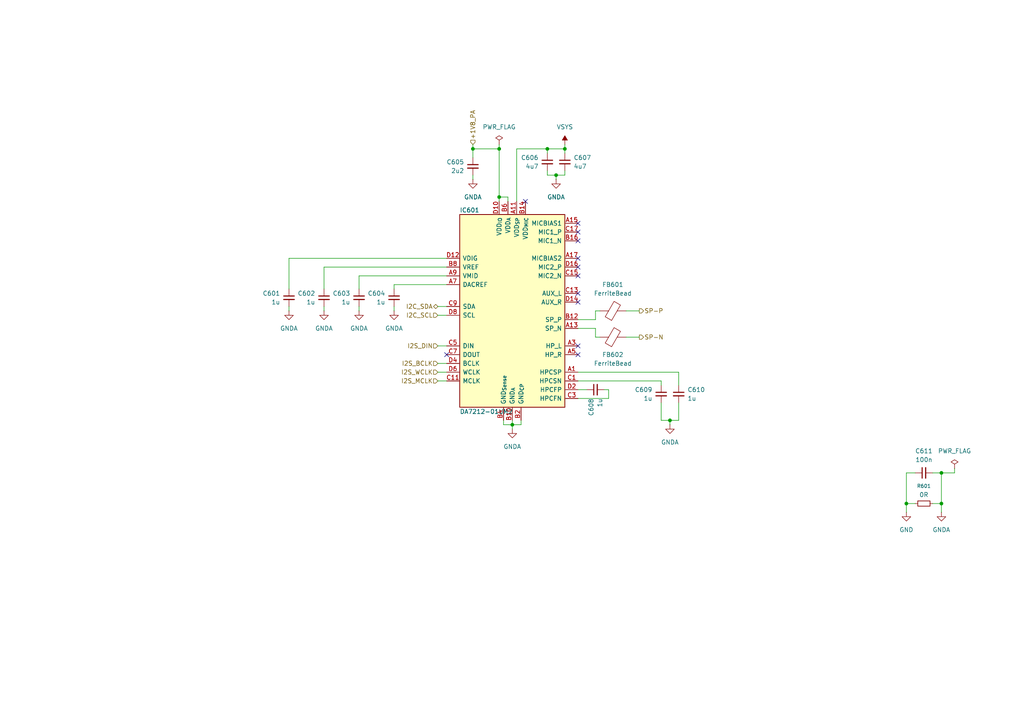
<source format=kicad_sch>
(kicad_sch (version 20250114) (generator "eeschema") (generator_version "9.0")
  (paper "A4")
  (title_block (title "Heartrate-DevKit") (date "2025-07-13") (rev "${REVISION}") (company "${COMPANY}"))
  (lib_symbols
    (symbol "Device:C_Small" (pin_numbers (hide yes)) (pin_names (offset 0.254) (hide yes))
      (property "Reference" "C" (at 0.254 1.778 0))
      (property "Value" "C_Small" (at 0.254 -2.032 0))
      (symbol "C_Small_0_1"
        (polyline (pts (xy -1.524 0.508) (xy 1.524 0.508)) (stroke (width 0.3048)))
        (polyline (pts (xy -1.524 -0.508) (xy 1.524 -0.508)) (stroke (width 0.3302)))
      )
      (symbol "C_Small_1_1"
        (pin passive line (at 0 2.54 270) (length 2.032) (name "~") (number "1"))
        (pin passive line (at 0 -2.54 90) (length 2.032) (name "~") (number "2"))
      )
    )
    (symbol "Device:FerriteBead" (pin_numbers (hide yes)) (pin_names (offset 0))
      (property "Reference" "FB" (at -3.81 0.635 90))
      (property "Value" "FerriteBead" (at 3.81 0 90))
      (symbol "FerriteBead_0_1"
        (polyline (pts (xy -2.7686 0.4064) (xy -1.7018 2.2606) (xy 2.7686 -0.3048) (xy 1.6764 -2.159) (xy -2.7686 0.4064)))
        (polyline (pts (xy 0 1.27) (xy 0 1.2954)))
        (polyline (pts (xy 0 -1.27) (xy 0 -1.2192)))
      )
      (symbol "FerriteBead_1_1"
        (pin passive line (at 0 3.81 270) (length 2.54) (name "~") (number "1"))
        (pin passive line (at 0 -3.81 90) (length 2.54) (name "~") (number "2"))
      )
    )
    (symbol "Device:R_Small" (pin_numbers (hide yes)) (pin_names (offset 0.254) (hide yes))
      (property "Reference" "R" (at 0 0 90))
      (property "Value" "R_Small" (at 1.778 0 90))
      (symbol "R_Small_0_1"
        (rectangle (start -0.762 1.778) (end 0.762 -1.778) (stroke (width 0.2032)))
      )
      (symbol "R_Small_1_1"
        (pin passive line (at 0 2.54 270) (length 0.762) (name "~") (number "1"))
        (pin passive line (at 0 -2.54 90) (length 0.762) (name "~") (number "2"))
      )
    )
    (symbol "Renesas:DA7212-01UM2" (pin_names (offset 1.016))
      (property "Reference" "IC?" (at -15.24 30.48 0))
      (property "Value" "DA7212-01UM2" (at -15.24 -30.48 0))
      (symbol "DA7212-01UM2_0_0"
        (rectangle (start -15.24 27.94) (end 15.24 -27.94) (stroke (width 0.254)) (fill (type background)))
        (pin bidirectional line (at -19.05 15.24 0) (length 3.61) (name "VDIG") (number "D12"))
        (pin bidirectional line (at -19.05 12.7 0) (length 3.61) (name "VREF") (number "B8"))
        (pin bidirectional line (at -19.05 10.16 0) (length 3.61) (name "VMID") (number "A9"))
        (pin bidirectional line (at -19.05 7.62 0) (length 3.61) (name "DACREF") (number "A7"))
        (pin bidirectional line (at -19.05 1.27 0) (length 3.61) (name "SDA") (number "C9"))
        (pin bidirectional line (at 19.05 25.4 180) (length 3.61) (name "MICBIAS1") (number "A15"))
        (pin bidirectional line (at 19.05 22.86 180) (length 3.61) (name "MIC1_P") (number "C17"))
        (pin bidirectional line (at 19.05 20.32 180) (length 3.61) (name "MIC1_N") (number "B16"))
        (pin bidirectional line (at 19.05 15.24 180) (length 3.61) (name "MICBIAS2") (number "A17"))
        (pin bidirectional line (at 19.05 12.7 180) (length 3.61) (name "MIC2_P") (number "D16"))
        (pin bidirectional line (at 19.05 10.16 180) (length 3.61) (name "MIC2_N") (number "C15"))
        (pin bidirectional line (at 19.05 5.08 180) (length 3.61) (name "AUX_L") (number "C13"))
        (pin bidirectional line (at 19.05 2.54 180) (length 3.61) (name "AUX_R") (number "D14"))
        (pin bidirectional line (at 19.05 -2.54 180) (length 3.61) (name "SP_P") (number "B12"))
        (pin bidirectional line (at 19.05 -5.08 180) (length 3.61) (name "SP_N") (number "A13"))
        (pin bidirectional line (at 19.05 -10.16 180) (length 3.61) (name "HP_L") (number "A3"))
        (pin bidirectional line (at 19.05 -12.7 180) (length 3.61) (name "HP_R") (number "A5"))
        (pin bidirectional line (at 19.05 -17.78 180) (length 3.61) (name "HPCSP") (number "A1"))
        (pin bidirectional line (at 19.05 -20.32 180) (length 3.61) (name "HPCSN") (number "C1"))
        (pin bidirectional line (at 19.05 -22.86 180) (length 3.61) (name "HPCFP") (number "D2"))
        (pin bidirectional line (at 19.05 -25.4 180) (length 3.61) (name "HPCFN") (number "C3"))
      )
      (symbol "DA7212-01UM2_1_0"
        (pin input line (at -19.05 -1.27 0) (length 3.61) (name "SCL") (number "D8"))
        (pin input line (at -19.05 -10.16 0) (length 3.61) (name "DIN") (number "C5"))
        (pin output line (at -19.05 -12.7 0) (length 3.61) (name "DOUT") (number "C7"))
        (pin input line (at -19.05 -15.24 0) (length 3.61) (name "BCLK") (number "D4"))
        (pin input line (at -19.05 -17.78 0) (length 3.61) (name "WCLK") (number "D6"))
        (pin input line (at -19.05 -20.32 0) (length 3.61) (name "MCLK") (number "C11"))
        (pin power_in line (at -3.81 31.75 270) (length 3.61) (name "VDD_{IO}") (number "D10"))
        (pin passive line (at -2.54 -31.75 90) (length 3.61) (name "GND_{Sense}") (number "B4"))
        (pin power_in line (at -1.27 31.75 270) (length 3.61) (name "VDD_{A}") (number "B6"))
        (pin passive line (at 0 -31.75 90) (length 3.61) (name "GND_{A}") (number "B10"))
        (pin power_in line (at 1.27 31.75 270) (length 3.61) (name "VDD_{SP}") (number "A11"))
        (pin passive line (at 2.54 -31.75 90) (length 3.61) (name "GND_{CP}") (number "B2"))
        (pin power_in line (at 3.81 31.75 270) (length 3.61) (name "VDD_{MIC}") (number "B14"))
      )
    )
    (symbol "power:GND" (power) (pin_numbers (hide yes)) (pin_names (offset 0) (hide yes))
      (property "Value" "GND" (at 0 -3.81 0))
      (symbol "GND_0_1"
        (polyline (pts (xy 0 0) (xy 0 -1.27) (xy 1.27 -1.27) (xy 0 -2.54) (xy -1.27 -1.27) (xy 0 -1.27)))
      )
      (symbol "GND_1_1"
        (pin power_in line (at 0 0 270) (length 0) (name "~") (number "1"))
      )
    )
    (symbol "power:GNDA" (power) (pin_numbers (hide yes)) (pin_names (offset 0) (hide yes))
      (property "Value" "GNDA" (at 0 -3.81 0))
      (symbol "GNDA_0_1"
        (polyline (pts (xy 0 0) (xy 0 -1.27) (xy 1.27 -1.27) (xy 0 -2.54) (xy -1.27 -1.27) (xy 0 -1.27)))
      )
      (symbol "GNDA_1_1"
        (pin power_in line (at 0 0 270) (length 0) (name "~") (number "1"))
      )
    )
    (symbol "power:PWR_FLAG" (power) (pin_numbers (hide yes)) (pin_names (offset 0) (hide yes))
      (property "Value" "PWR_FLAG" (at 0 3.81 0))
      (symbol "PWR_FLAG_0_0"
        (pin power_out line (at 0 0 90) (length 0) (name "~") (number "1"))
      )
      (symbol "PWR_FLAG_0_1"
        (polyline (pts (xy 0 0) (xy 0 1.27) (xy -1.016 1.905) (xy 0 2.54) (xy 1.016 1.905) (xy 0 1.27)))
      )
    )
    (symbol "power:VS" (power) (pin_numbers (hide yes)) (pin_names (offset 0) (hide yes))
      (property "Value" "VS" (at 0 3.556 0))
      (symbol "VS_0_1"
        (polyline (pts (xy 0 0) (xy 0 2.54)))
        (polyline (pts (xy 0.762 1.27) (xy -0.762 1.27) (xy 0 2.54) (xy 0.762 1.27)) (fill (type outline)))
      )
      (symbol "VS_1_1"
        (pin power_in line (at 0 0 90) (length 0) (name "~") (number "1"))
      )
    )
  )
  (junction (at 273.05 137.16))
  (junction (at 262.89 146.05))
  (junction (at 163.83 43.18))
  (junction (at 148.59 123.19))
  (junction (at 144.78 43.18))
  (junction (at 158.75 43.18))
  (junction (at 161.29 50.8))
  (junction (at 137.16 43.18))
  (junction (at 144.78 57.15))
  (junction (at 194.31 121.92))
  (junction (at 273.05 146.05))
  (no_connect (at 167.64 74.93))
  (no_connect (at 167.64 69.85))
  (no_connect (at 167.64 77.47))
  (no_connect (at 167.64 87.63))
  (no_connect (at 129.54 102.87))
  (no_connect (at 167.64 102.87))
  (no_connect (at 167.64 100.33))
  (no_connect (at 167.64 64.77))
  (no_connect (at 167.64 80.01))
  (no_connect (at 152.4 58.42))
  (no_connect (at 167.64 85.09))
  (no_connect (at 167.64 67.31))
  (wire (pts (xy 147.32 58.42) (xy 147.32 57.15)))
  (wire (pts (xy 163.83 41.91) (xy 163.83 43.18)))
  (wire (pts (xy 265.43 137.16) (xy 262.89 137.16)))
  (wire (pts (xy 93.98 77.47) (xy 93.98 83.82)))
  (wire (pts (xy 146.05 123.19) (xy 148.59 123.19)))
  (wire (pts (xy 172.72 97.79) (xy 172.72 95.25)))
  (wire (pts (xy 273.05 137.16) (xy 273.05 146.05)))
  (wire (pts (xy 173.99 90.17) (xy 172.72 90.17)))
  (wire (pts (xy 161.29 50.8) (xy 161.29 52.07)))
  (wire (pts (xy 196.85 107.95) (xy 196.85 111.76)))
  (wire (pts (xy 129.54 82.55) (xy 114.3 82.55)))
  (wire (pts (xy 194.31 121.92) (xy 194.31 123.19)))
  (wire (pts (xy 129.54 74.93) (xy 83.82 74.93)))
  (wire (pts (xy 146.05 121.92) (xy 146.05 123.19)))
  (wire (pts (xy 161.29 50.8) (xy 158.75 50.8)))
  (wire (pts (xy 144.78 41.91) (xy 144.78 43.18)))
  (wire (pts (xy 104.14 80.01) (xy 104.14 83.82)))
  (wire (pts (xy 127 110.49) (xy 129.54 110.49)))
  (wire (pts (xy 83.82 88.9) (xy 83.82 90.17)))
  (wire (pts (xy 158.75 43.18) (xy 158.75 44.45)))
  (wire (pts (xy 137.16 43.18) (xy 144.78 43.18)))
  (wire (pts (xy 273.05 146.05) (xy 273.05 148.59)))
  (wire (pts (xy 163.83 50.8) (xy 163.83 49.53)))
  (wire (pts (xy 137.16 43.18) (xy 137.16 45.72)))
  (wire (pts (xy 270.51 137.16) (xy 273.05 137.16)))
  (wire (pts (xy 262.89 137.16) (xy 262.89 146.05)))
  (wire (pts (xy 191.77 110.49) (xy 191.77 111.76)))
  (wire (pts (xy 163.83 43.18) (xy 163.83 44.45)))
  (wire (pts (xy 93.98 88.9) (xy 93.98 90.17)))
  (wire (pts (xy 167.64 115.57) (xy 176.53 115.57)))
  (wire (pts (xy 262.89 146.05) (xy 262.89 148.59)))
  (wire (pts (xy 191.77 110.49) (xy 167.64 110.49)))
  (wire (pts (xy 262.89 146.05) (xy 265.43 146.05)))
  (wire (pts (xy 158.75 43.18) (xy 163.83 43.18)))
  (wire (pts (xy 148.59 123.19) (xy 151.13 123.19)))
  (wire (pts (xy 273.05 137.16) (xy 276.86 137.16)))
  (wire (pts (xy 137.16 41.91) (xy 137.16 43.18)))
  (wire (pts (xy 191.77 121.92) (xy 194.31 121.92)))
  (wire (pts (xy 144.78 57.15) (xy 144.78 58.42)))
  (wire (pts (xy 170.18 113.03) (xy 167.64 113.03)))
  (wire (pts (xy 176.53 113.03) (xy 175.26 113.03)))
  (wire (pts (xy 167.64 107.95) (xy 196.85 107.95)))
  (wire (pts (xy 181.61 97.79) (xy 185.42 97.79)))
  (wire (pts (xy 172.72 90.17) (xy 172.72 92.71)))
  (wire (pts (xy 127 88.9) (xy 129.54 88.9)))
  (wire (pts (xy 149.86 43.18) (xy 158.75 43.18)))
  (wire (pts (xy 104.14 88.9) (xy 104.14 90.17)))
  (wire (pts (xy 83.82 74.93) (xy 83.82 83.82)))
  (wire (pts (xy 127 105.41) (xy 129.54 105.41)))
  (wire (pts (xy 191.77 121.92) (xy 191.77 116.84)))
  (wire (pts (xy 167.64 95.25) (xy 172.72 95.25)))
  (wire (pts (xy 148.59 123.19) (xy 148.59 124.46)))
  (wire (pts (xy 147.32 57.15) (xy 144.78 57.15)))
  (wire (pts (xy 196.85 116.84) (xy 196.85 121.92)))
  (wire (pts (xy 276.86 137.16) (xy 276.86 135.89)))
  (wire (pts (xy 158.75 49.53) (xy 158.75 50.8)))
  (wire (pts (xy 127 91.44) (xy 129.54 91.44)))
  (wire (pts (xy 151.13 121.92) (xy 151.13 123.19)))
  (wire (pts (xy 137.16 50.8) (xy 137.16 52.07)))
  (wire (pts (xy 167.64 92.71) (xy 172.72 92.71)))
  (wire (pts (xy 127 107.95) (xy 129.54 107.95)))
  (wire (pts (xy 173.99 97.79) (xy 172.72 97.79)))
  (wire (pts (xy 181.61 90.17) (xy 185.42 90.17)))
  (wire (pts (xy 144.78 43.18) (xy 144.78 57.15)))
  (wire (pts (xy 114.3 88.9) (xy 114.3 90.17)))
  (wire (pts (xy 129.54 80.01) (xy 104.14 80.01)))
  (wire (pts (xy 149.86 43.18) (xy 149.86 58.42)))
  (wire (pts (xy 148.59 123.19) (xy 148.59 121.92)))
  (wire (pts (xy 176.53 115.57) (xy 176.53 113.03)))
  (wire (pts (xy 270.51 146.05) (xy 273.05 146.05)))
  (wire (pts (xy 129.54 77.47) (xy 93.98 77.47)))
  (wire (pts (xy 161.29 50.8) (xy 163.83 50.8)))
  (wire (pts (xy 114.3 82.55) (xy 114.3 83.82)))
  (wire (pts (xy 194.31 121.92) (xy 196.85 121.92)))
  (wire (pts (xy 127 100.33) (xy 129.54 100.33)))
  (hierarchical_label "I2C_SDA" (shape bidirectional) (at 127 88.9 180))
  (hierarchical_label "I2S_WCLK" (shape input) (at 127 107.95 180))
  (hierarchical_label "I2S_DIN" (shape input) (at 127 100.33 180))
  (hierarchical_label "+1V8_PA" (shape input) (at 137.16 41.91 90))
  (hierarchical_label "I2S_MCLK" (shape input) (at 127 110.49 180))
  (hierarchical_label "SP-N" (shape output) (at 185.42 97.79 0))
  (hierarchical_label "I2C_SCL" (shape input) (at 127 91.44 180))
  (hierarchical_label "I2S_BCLK" (shape input) (at 127 105.41 180))
  (hierarchical_label "SP-P" (shape output) (at 185.42 90.17 0))
  (symbol (lib_id "Device:FerriteBead") (at 177.8 97.79 90) (unit 1)
    (property "Reference" "FB602" (at 177.7492 102.87 90))
    (property "Value" "FerriteBead" (at 177.7492 105.41 90))
    (property "Footprint" "Inductor_SMD:L_0402_1005Metric" (effects (hide yes)))
    (property "Datasheet" "https://www.mouser.de/datasheet/3/76/1/ENFA0018.pdf" (effects (hide yes)))
    (property "Description" "Ferrite bead" (effects (hide yes)))
    (property "manf" "Murata" (effects (hide yes)))
    (property "manf#" "BLM15PD121SN1D" (effects (hide yes)))
    (property "mouser#" "81-BLM15PD121SN1D" (effects (hide yes)))
  )
  (symbol (lib_id "power:GNDA") (at 93.98 90.17 0) (unit 1)
    (property "Reference" "#PWR0602" (effects (hide yes)))
    (property "Value" "GNDA" (at 93.98 95.25 0))
    (property "Description" "Power symbol creates a global label with name \"GNDA\" , analog ground" (effects (hide yes)))
  )
  (symbol (lib_id "Device:C_Small") (at 137.16 48.26 0) (mirror y) (unit 1)
    (property "Reference" "C605" (at 134.62 46.9962 0) (effects (justify left)))
    (property "Value" "2u2" (at 134.62 49.5362 0) (effects (justify left)))
    (property "Footprint" "Capacitor_SMD:C_0201_0603Metric" (effects (hide yes)))
    (property "Datasheet" "https://datasheets.kyocera-avx.com/cx5r-KGM.pdf" (effects (hide yes)))
    (property "Description" "Unpolarized capacitor, small symbol" (effects (hide yes)))
    (property "manf" "KYOCERA AVX" (effects (hide yes)))
    (property "manf#" "0201ZD225MAT2A" (effects (hide yes)))
    (property "mouser#" "581-0201ZD225MAT2A" (effects (hide yes)))
  )
  (symbol (lib_id "power:PWR_FLAG") (at 276.86 135.89 0) (unit 1)
    (property "Reference" "#FLG0603" (effects (hide yes)))
    (property "Value" "PWR_FLAG" (at 276.86 130.81 0))
    (property "Description" "Special symbol for telling ERC where power comes from" (effects (hide yes)))
  )
  (symbol (lib_id "power:GNDA") (at 114.3 90.17 0) (unit 1)
    (property "Reference" "#PWR0604" (effects (hide yes)))
    (property "Value" "GNDA" (at 114.3 95.25 0))
    (property "Description" "Power symbol creates a global label with name \"GNDA\" , analog ground" (effects (hide yes)))
  )
  (symbol (lib_id "Device:C_Small") (at 196.85 114.3 0) (unit 1)
    (property "Reference" "C610" (at 199.39 113.0362 0) (effects (justify left)))
    (property "Value" "1u" (at 199.39 115.5762 0) (effects (justify left)))
    (property "Footprint" "Capacitor_SMD:C_0201_0603Metric" (effects (hide yes)))
    (property "Datasheet" "https://datasheets.kyocera-avx.com/x6s-dielectric.pdf" (effects (hide yes)))
    (property "Description" "Unpolarized capacitor, small symbol" (effects (hide yes)))
    (property "manf" "KYOCERA AVX" (effects (hide yes)))
    (property "manf#" "02016W105MAT2A" (effects (hide yes)))
    (property "mouser#" "581-02016W105MAT2A" (effects (hide yes)))
  )
  (symbol (lib_id "Device:C_Small") (at 191.77 114.3 0) (mirror y) (unit 1)
    (property "Reference" "C609" (at 189.23 113.0362 0) (effects (justify left)))
    (property "Value" "1u" (at 189.23 115.5762 0) (effects (justify left)))
    (property "Footprint" "Capacitor_SMD:C_0201_0603Metric" (effects (hide yes)))
    (property "Datasheet" "https://datasheets.kyocera-avx.com/x6s-dielectric.pdf" (effects (hide yes)))
    (property "Description" "Unpolarized capacitor, small symbol" (effects (hide yes)))
    (property "manf" "KYOCERA AVX" (effects (hide yes)))
    (property "manf#" "02016W105MAT2A" (effects (hide yes)))
    (property "mouser#" "581-02016W105MAT2A" (effects (hide yes)))
  )
  (symbol (lib_id "Device:C_Small") (at 158.75 46.99 0) (mirror y) (unit 1)
    (property "Reference" "C606" (at 156.21 45.7262 0) (effects (justify left)))
    (property "Value" "4u7" (at 156.21 48.2662 0) (effects (justify left)))
    (property "Footprint" "Capacitor_SMD:C_0201_0603Metric" (effects (hide yes)))
    (property "Datasheet" "https://www.mouser.de/datasheet/3/76/2/GRM035R60J475ME15_01A.pdf" (effects (hide yes)))
    (property "Description" "Unpolarized capacitor, small symbol" (effects (hide yes)))
    (property "manf" "Murata" (effects (hide yes)))
    (property "manf#" "GRM035R60J475ME15D" (effects (hide yes)))
    (property "mouser#" "81-GRM035R60J475ME5D" (effects (hide yes)))
  )
  (symbol (lib_id "Device:C_Small") (at 114.3 86.36 0) (mirror y) (unit 1)
    (property "Reference" "C604" (at 111.76 85.0962 0) (effects (justify left)))
    (property "Value" "1u" (at 111.76 87.6362 0) (effects (justify left)))
    (property "Footprint" "Capacitor_SMD:C_0201_0603Metric" (effects (hide yes)))
    (property "Datasheet" "https://datasheets.kyocera-avx.com/x6s-dielectric.pdf" (effects (hide yes)))
    (property "Description" "Unpolarized capacitor, small symbol" (effects (hide yes)))
    (property "manf" "KYOCERA AVX" (effects (hide yes)))
    (property "manf#" "02016W105MAT2A" (effects (hide yes)))
    (property "mouser#" "581-02016W105MAT2A" (effects (hide yes)))
  )
  (symbol (lib_id "power:PWR_FLAG") (at 144.78 41.91 0) (unit 1)
    (property "Reference" "#FLG0601" (effects (hide yes)))
    (property "Value" "PWR_FLAG" (at 144.78 36.83 0))
    (property "Description" "Special symbol for telling ERC where power comes from" (effects (hide yes)))
  )
  (symbol (lib_id "Device:C_Small") (at 267.97 137.16 90) (unit 1)
    (property "Reference" "C611" (at 267.9763 130.81 90))
    (property "Value" "100n" (at 267.9763 133.35 90))
    (property "Footprint" "Capacitor_SMD:C_0201_0603Metric" (effects (hide yes)))
    (property "Datasheet" "https://datasheets.kyocera-avx.com/cx5r-KGM.pdf" (effects (hide yes)))
    (property "Description" "Unpolarized capacitor, small symbol" (effects (hide yes)))
    (property "manf" "KYOCERA AVX" (effects (hide yes)))
    (property "manf#" "0201ZD104KAT2A" (effects (hide yes)))
    (property "mouser#" "581-0201ZD104KAT2A" (effects (hide yes)))
  )
  (symbol (lib_id "power:GND") (at 262.89 148.59 0) (unit 1)
    (property "Reference" "#PWR0610" (effects (hide yes)))
    (property "Value" "GND" (at 262.89 153.67 0))
    (property "Description" "Power symbol creates a global label with name \"GND\" , ground" (effects (hide yes)))
  )
  (symbol (lib_id "power:GNDA") (at 104.14 90.17 0) (unit 1)
    (property "Reference" "#PWR0603" (effects (hide yes)))
    (property "Value" "GNDA" (at 104.14 95.25 0))
    (property "Description" "Power symbol creates a global label with name \"GNDA\" , analog ground" (effects (hide yes)))
  )
  (symbol (lib_id "Device:C_Small") (at 163.83 46.99 0) (unit 1)
    (property "Reference" "C607" (at 166.37 45.7262 0) (effects (justify left)))
    (property "Value" "4u7" (at 166.37 48.2662 0) (effects (justify left)))
    (property "Footprint" "Capacitor_SMD:C_0201_0603Metric" (effects (hide yes)))
    (property "Datasheet" "https://www.mouser.de/datasheet/3/76/2/GRM035R60J475ME15_01A.pdf" (effects (hide yes)))
    (property "Description" "Unpolarized capacitor, small symbol" (effects (hide yes)))
    (property "manf" "Murata" (effects (hide yes)))
    (property "manf#" "GRM035R60J475ME15D" (effects (hide yes)))
    (property "mouser#" "81-GRM035R60J475ME5D" (effects (hide yes)))
  )
  (symbol (lib_id "power:VS") (at 163.83 41.91 0) (unit 1)
    (property "Reference" "#PWR0607" (effects (hide yes)))
    (property "Value" "VSYS" (at 163.83 36.83 0))
    (property "Description" "Power symbol creates a global label with name \"VS\"" (effects (hide yes)))
  )
  (symbol (lib_id "Device:C_Small") (at 83.82 86.36 0) (mirror y) (unit 1)
    (property "Reference" "C601" (at 81.28 85.0962 0) (effects (justify left)))
    (property "Value" "1u" (at 81.28 87.6362 0) (effects (justify left)))
    (property "Footprint" "Capacitor_SMD:C_0201_0603Metric" (effects (hide yes)))
    (property "Datasheet" "https://datasheets.kyocera-avx.com/x6s-dielectric.pdf" (effects (hide yes)))
    (property "Description" "Unpolarized capacitor, small symbol" (effects (hide yes)))
    (property "manf" "KYOCERA AVX" (effects (hide yes)))
    (property "manf#" "02016W105MAT2A" (effects (hide yes)))
    (property "mouser#" "581-02016W105MAT2A" (effects (hide yes)))
  )
  (symbol (lib_id "Device:C_Small") (at 93.98 86.36 0) (mirror y) (unit 1)
    (property "Reference" "C602" (at 91.44 85.0962 0) (effects (justify left)))
    (property "Value" "1u" (at 91.44 87.6362 0) (effects (justify left)))
    (property "Footprint" "Capacitor_SMD:C_0201_0603Metric" (effects (hide yes)))
    (property "Datasheet" "https://datasheets.kyocera-avx.com/x6s-dielectric.pdf" (effects (hide yes)))
    (property "Description" "Unpolarized capacitor, small symbol" (effects (hide yes)))
    (property "manf" "KYOCERA AVX" (effects (hide yes)))
    (property "manf#" "02016W105MAT2A" (effects (hide yes)))
    (property "mouser#" "581-02016W105MAT2A" (effects (hide yes)))
  )
  (symbol (lib_id "power:GNDA") (at 273.05 148.59 0) (unit 1)
    (property "Reference" "#PWR0611" (effects (hide yes)))
    (property "Value" "GNDA" (at 273.05 153.67 0))
    (property "Description" "Power symbol creates a global label with name \"GNDA\" , analog ground" (effects (hide yes)))
  )
  (symbol (lib_id "power:GNDA") (at 148.59 124.46 0) (unit 1)
    (property "Reference" "#PWR0606" (effects (hide yes)))
    (property "Value" "GNDA" (at 148.59 129.54 0))
    (property "Description" "Power symbol creates a global label with name \"GNDA\" , analog ground" (effects (hide yes)))
  )
  (symbol (lib_id "power:GNDA") (at 137.16 52.07 0) (unit 1)
    (property "Reference" "#PWR0605" (effects (hide yes)))
    (property "Value" "GNDA" (at 137.16 57.15 0))
    (property "Description" "Power symbol creates a global label with name \"GNDA\" , analog ground" (effects (hide yes)))
  )
  (symbol (lib_id "Device:C_Small") (at 104.14 86.36 0) (mirror y) (unit 1)
    (property "Reference" "C603" (at 101.6 85.0962 0) (effects (justify left)))
    (property "Value" "1u" (at 101.6 87.6362 0) (effects (justify left)))
    (property "Footprint" "Capacitor_SMD:C_0201_0603Metric" (effects (hide yes)))
    (property "Datasheet" "https://datasheets.kyocera-avx.com/x6s-dielectric.pdf" (effects (hide yes)))
    (property "Description" "Unpolarized capacitor, small symbol" (effects (hide yes)))
    (property "manf" "KYOCERA AVX" (effects (hide yes)))
    (property "manf#" "02016W105MAT2A" (effects (hide yes)))
    (property "mouser#" "581-02016W105MAT2A" (effects (hide yes)))
  )
  (symbol (lib_id "Device:FerriteBead") (at 177.8 90.17 90) (unit 1)
    (property "Reference" "FB601" (at 177.7492 82.55 90))
    (property "Value" "FerriteBead" (at 177.7492 85.09 90))
    (property "Footprint" "Inductor_SMD:L_0402_1005Metric" (effects (hide yes)))
    (property "Datasheet" "https://www.mouser.de/datasheet/3/76/1/ENFA0018.pdf" (effects (hide yes)))
    (property "Description" "Ferrite bead" (effects (hide yes)))
    (property "manf" "Murata" (effects (hide yes)))
    (property "manf#" "BLM15PD121SN1D" (effects (hide yes)))
    (property "mouser#" "81-BLM15PD121SN1D" (effects (hide yes)))
  )
  (symbol (lib_id "Device:R_Small") (at 267.97 146.05 90) (unit 1)
    (property "Reference" "R601" (at 267.97 140.97 90) (effects (font (size 1.016 1.016))))
    (property "Value" "0R" (at 267.97 143.51 90))
    (property "Footprint" "Resistor_SMD:R_0201_0603Metric" (effects (hide yes)))
    (property "Datasheet" "https://www.mouser.de/datasheet/3/508/1/PYu-RC_Group_51_RoHS_L_12.pdf" (effects (hide yes)))
    (property "Description" "Resistor, small symbol" (effects (hide yes)))
    (property "manf" "YAGEO" (effects (hide yes)))
    (property "manf#" "603-RC0201FR-SNE96L" (effects (hide yes)))
    (property "mouser#" "RC0201FR-SNE96L" (effects (hide yes)))
  )
  (symbol (lib_id "power:GNDA") (at 161.29 52.07 0) (unit 1)
    (property "Reference" "#PWR0608" (effects (hide yes)))
    (property "Value" "GNDA" (at 161.29 57.15 0))
    (property "Description" "Power symbol creates a global label with name \"GNDA\" , analog ground" (effects (hide yes)))
  )
  (symbol (lib_id "Renesas:DA7212-01UM2") (at 148.59 90.17 0) (unit 1)
    (property "Reference" "IC601" (at 133.35 60.96 0) (effects (justify left)))
    (property "Value" "DA7212-01UM2" (at 133.35 119.38 0) (effects (justify left)))
    (property "Footprint" "Package_BGA_Kampi:WLCSP-34" (effects (hide yes)))
    (property "Datasheet" "https://www.renesas.com/en/document/dst/da7212-datasheet?r=1563326" (effects (hide yes)))
    (property "manf" "Renesas / Dialog" (effects (hide yes)))
    (property "manf#" "DA7212-01UM2" (effects (hide yes)))
    (property "mouser#" "724-DA7212-01UM2" (effects (hide yes)))
  )
  (symbol (lib_id "power:GNDA") (at 194.31 123.19 0) (unit 1)
    (property "Reference" "#PWR0609" (effects (hide yes)))
    (property "Value" "GNDA" (at 194.31 128.27 0))
    (property "Description" "Power symbol creates a global label with name \"GNDA\" , analog ground" (effects (hide yes)))
  )
  (symbol (lib_id "power:GNDA") (at 83.82 90.17 0) (unit 1)
    (property "Reference" "#PWR0601" (effects (hide yes)))
    (property "Value" "GNDA" (at 83.82 95.25 0))
    (property "Description" "Power symbol creates a global label with name \"GNDA\" , analog ground" (effects (hide yes)))
  )
  (symbol (lib_id "Device:C_Small") (at 172.72 113.03 90) (mirror x) (unit 1)
    (property "Reference" "C608" (at 171.4562 115.57 0) (effects (justify left)))
    (property "Value" "1u" (at 173.9962 115.57 0) (effects (justify left)))
    (property "Footprint" "Capacitor_SMD:C_0201_0603Metric" (effects (hide yes)))
    (property "Datasheet" "https://datasheets.kyocera-avx.com/x6s-dielectric.pdf" (effects (hide yes)))
    (property "Description" "Unpolarized capacitor, small symbol" (effects (hide yes)))
    (property "manf" "KYOCERA AVX" (effects (hide yes)))
    (property "manf#" "02016W105MAT2A" (effects (hide yes)))
    (property "mouser#" "581-02016W105MAT2A" (effects (hide yes)))
  )
)
</source>
